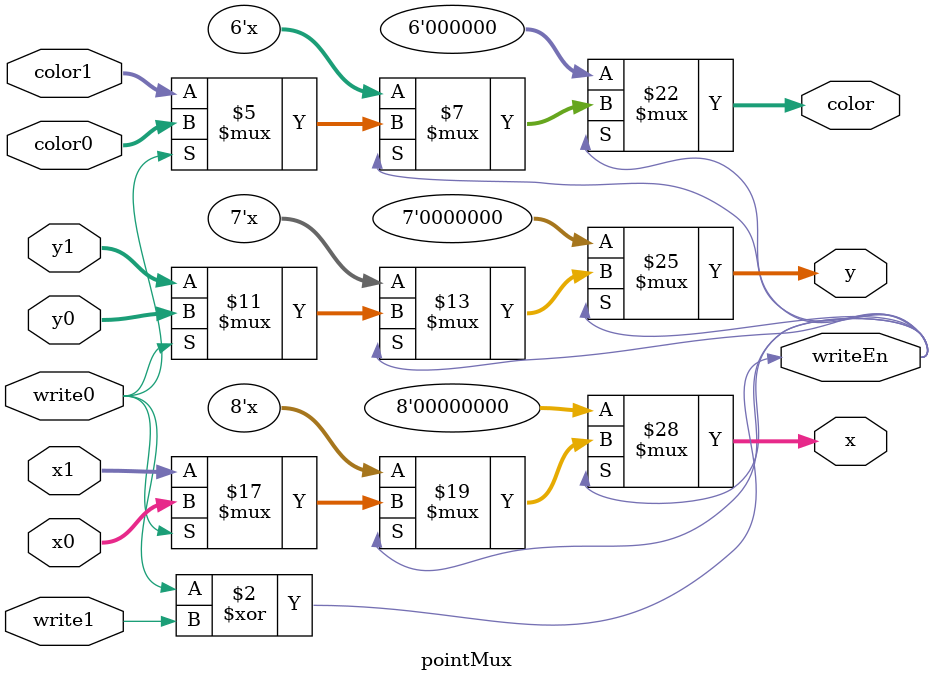
<source format=v>
module pointMux(x0, y0, color0, x1, y1, color1, x, y, color, write0, write1, writeEn);
	input [7:0] x0, x1;
	input [6:0] y0, y1;
	parameter COLOR_CHANNEL_DEPTH = 2;
	input [(3*COLOR_CHANNEL_DEPTH - 1):0] color0;
	input [(3*COLOR_CHANNEL_DEPTH - 1):0] color1;
	
	input write0, write1;
	output reg writeEn;
	output reg [7:0] x;
	output reg [6:0] y;
	
	output reg [(3*COLOR_CHANNEL_DEPTH - 1):0] color;
	
	always @(*) begin
		writeEn = write0 ^ write1;
		if (writeEn) begin
			if (write0) begin
				x[7:0] = x0[7:0];
				y[6:0] = y0[6:0];
				color = color0;
			end else begin
				x[7:0] = x1[7:0];
				y[6:0] = y1[6:0];
				color = color1;
			end
		end else begin
			x = 0;
			y = 0;
			color = 0;
		end
	end
endmodule
</source>
